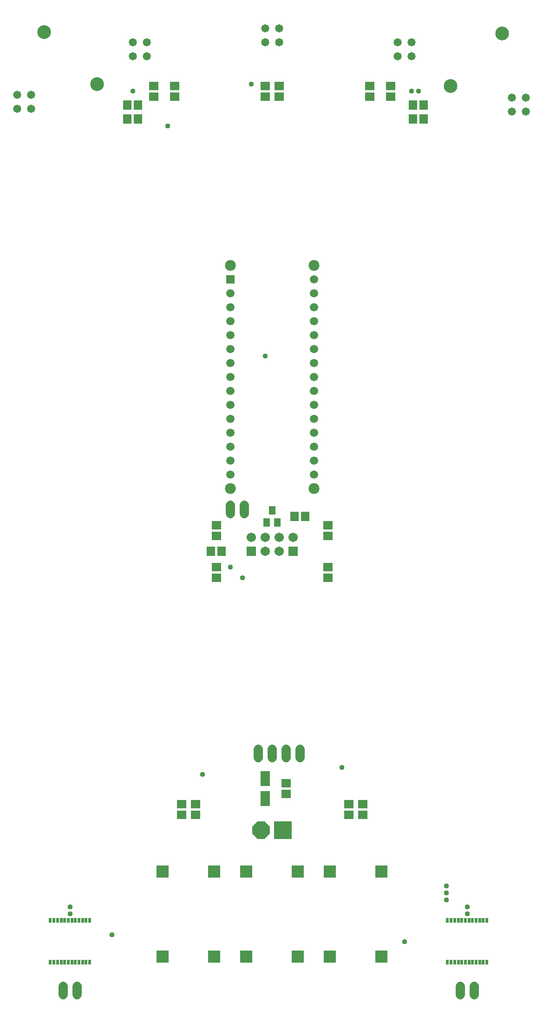
<source format=gbr>
G04 EAGLE Gerber RS-274X export*
G75*
%MOMM*%
%FSLAX34Y34*%
%LPD*%
%INSoldermask Top*%
%IPPOS*%
%AMOC8*
5,1,8,0,0,1.08239X$1,22.5*%
G01*
%ADD10C,2.503200*%
%ADD11C,1.981200*%
%ADD12R,1.511200X1.511200*%
%ADD13C,1.511200*%
%ADD14R,1.703200X1.503200*%
%ADD15R,1.803200X2.803200*%
%ADD16C,1.727200*%
%ADD17R,1.203200X1.603200*%
%ADD18R,1.503200X1.703200*%
%ADD19R,0.508000X0.812800*%
%ADD20C,1.473200*%
%ADD21R,2.203200X2.203200*%
%ADD22R,1.711200X1.711200*%
%ADD23C,1.711200*%
%ADD24R,3.203200X3.203200*%
%ADD25P,3.467112X8X202.500000*%
%ADD26C,0.959600*%


D10*
X409200Y1672900D03*
X313400Y1768300D03*
X1148200Y1765400D03*
X1053700Y1669900D03*
D11*
X652300Y1342600D03*
D12*
X652300Y1317200D03*
D13*
X652300Y1291800D03*
X652300Y1266400D03*
X652300Y1241000D03*
X652300Y1215600D03*
X652300Y1190200D03*
X652300Y1164800D03*
X652300Y1139400D03*
X652300Y1114000D03*
X652300Y1088600D03*
X652300Y1063200D03*
X652300Y1037800D03*
X652300Y1012400D03*
X652300Y987000D03*
X652300Y961600D03*
X804700Y961600D03*
X804700Y987000D03*
X804700Y1012400D03*
X804700Y1037800D03*
X804700Y1063200D03*
X804700Y1088600D03*
X804700Y1114000D03*
X804700Y1139400D03*
X804700Y1164800D03*
X804700Y1190200D03*
X804700Y1215600D03*
X804700Y1241000D03*
X804700Y1266400D03*
X804700Y1291800D03*
X804700Y1317200D03*
D11*
X804700Y1342600D03*
X804700Y936200D03*
X652300Y936200D03*
D14*
X563400Y342500D03*
X563400Y361500D03*
X868200Y342500D03*
X868200Y361500D03*
X588800Y342500D03*
X588800Y361500D03*
D15*
X715800Y372100D03*
X715800Y408100D03*
D14*
X753900Y380600D03*
X753900Y399600D03*
X893600Y342500D03*
X893600Y361500D03*
D16*
X652300Y890480D02*
X652300Y905720D01*
X677700Y905720D02*
X677700Y890480D01*
X779300Y461220D02*
X779300Y445980D01*
X753900Y445980D02*
X753900Y461220D01*
X728500Y461220D02*
X728500Y445980D01*
X703100Y445980D02*
X703100Y461220D01*
D17*
X728500Y896400D03*
X738000Y874400D03*
X719000Y874400D03*
D18*
X788800Y885400D03*
X769800Y885400D03*
X985700Y1609300D03*
X1004700Y1609300D03*
X1004700Y1634700D03*
X985700Y1634700D03*
D14*
X906300Y1650600D03*
X906300Y1669600D03*
X944400Y1669600D03*
X944400Y1650600D03*
X741200Y1650600D03*
X741200Y1669600D03*
X715800Y1669600D03*
X715800Y1650600D03*
X550700Y1650600D03*
X550700Y1669600D03*
X512600Y1669600D03*
X512600Y1650600D03*
D18*
X484000Y1634700D03*
X465000Y1634700D03*
X465000Y1609300D03*
X484000Y1609300D03*
D14*
X830100Y793300D03*
X830100Y774300D03*
X626900Y793300D03*
X626900Y774300D03*
D18*
X617400Y821900D03*
X636400Y821900D03*
D14*
X626900Y850500D03*
X626900Y869500D03*
X830100Y869500D03*
X830100Y850500D03*
D19*
X324525Y149700D03*
X331025Y149700D03*
X337525Y149700D03*
X344025Y149700D03*
X350525Y149700D03*
X357025Y149700D03*
X363525Y149700D03*
X370025Y149700D03*
X376525Y149700D03*
X383025Y149700D03*
X389525Y149700D03*
X396025Y149700D03*
X324525Y73500D03*
X331025Y73500D03*
X337525Y73500D03*
X344025Y73500D03*
X350525Y73500D03*
X357025Y73500D03*
X363525Y73500D03*
X370025Y73500D03*
X376525Y73500D03*
X383025Y73500D03*
X389525Y73500D03*
X396025Y73500D03*
D20*
X499900Y1723600D03*
X474500Y1723600D03*
X474500Y1749000D03*
X499900Y1749000D03*
X289000Y1628400D03*
X263600Y1628400D03*
X263600Y1653800D03*
X289000Y1653800D03*
D21*
X775490Y84030D03*
X681510Y84030D03*
X681510Y238970D03*
X775490Y238970D03*
D19*
X1048425Y149700D03*
X1054925Y149700D03*
X1061425Y149700D03*
X1067925Y149700D03*
X1074425Y149700D03*
X1080925Y149700D03*
X1087425Y149700D03*
X1093925Y149700D03*
X1100425Y149700D03*
X1106925Y149700D03*
X1113425Y149700D03*
X1119925Y149700D03*
X1048425Y73500D03*
X1054925Y73500D03*
X1061425Y73500D03*
X1067925Y73500D03*
X1074425Y73500D03*
X1080925Y73500D03*
X1087425Y73500D03*
X1093925Y73500D03*
X1100425Y73500D03*
X1106925Y73500D03*
X1113425Y73500D03*
X1119925Y73500D03*
D21*
X927890Y84030D03*
X833910Y84030D03*
X833910Y238970D03*
X927890Y238970D03*
X623090Y84030D03*
X529110Y84030D03*
X529110Y238970D03*
X623090Y238970D03*
D22*
X766600Y821900D03*
D23*
X741200Y821900D03*
X715800Y821900D03*
X715800Y847300D03*
X741200Y847300D03*
X766600Y847300D03*
X690400Y847300D03*
D22*
X690400Y821900D03*
D20*
X1191400Y1622900D03*
X1166000Y1622900D03*
X1166000Y1648300D03*
X1191400Y1648300D03*
X982500Y1723600D03*
X957100Y1723600D03*
X957100Y1749000D03*
X982500Y1749000D03*
X741200Y1749000D03*
X715800Y1749000D03*
X715800Y1774400D03*
X741200Y1774400D03*
D24*
X748300Y313900D03*
D25*
X708700Y313900D03*
D16*
X372900Y29420D02*
X372900Y14180D01*
X347500Y14180D02*
X347500Y29420D01*
X1096800Y29420D02*
X1096800Y14180D01*
X1071400Y14180D02*
X1071400Y29420D01*
D26*
X715800Y1177500D03*
X360200Y161500D03*
X1084100Y161500D03*
X1046000Y186900D03*
X1046000Y199600D03*
X1046000Y212300D03*
X436400Y123400D03*
X969800Y110700D03*
X995200Y1660100D03*
X982500Y1660100D03*
X690400Y1672800D03*
X474500Y1660100D03*
X538000Y1596600D03*
X652300Y793300D03*
X360200Y174200D03*
X601500Y415500D03*
X1084100Y174200D03*
X855500Y428200D03*
X674500Y774300D03*
M02*

</source>
